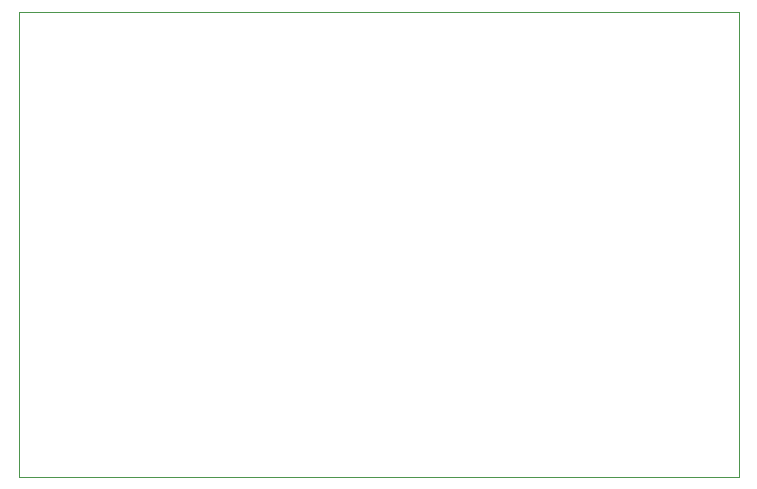
<source format=gbr>
%TF.GenerationSoftware,KiCad,Pcbnew,(7.0.0)*%
%TF.CreationDate,2023-03-31T02:03:59+02:00*%
%TF.ProjectId,HM-PlateauUtilisateur,484d2d50-6c61-4746-9561-755574696c69,rev?*%
%TF.SameCoordinates,Original*%
%TF.FileFunction,Profile,NP*%
%FSLAX46Y46*%
G04 Gerber Fmt 4.6, Leading zero omitted, Abs format (unit mm)*
G04 Created by KiCad (PCBNEW (7.0.0)) date 2023-03-31 02:03:59*
%MOMM*%
%LPD*%
G01*
G04 APERTURE LIST*
%TA.AperFunction,Profile*%
%ADD10C,0.100000*%
%TD*%
G04 APERTURE END LIST*
D10*
X114300000Y-60960000D02*
X175260000Y-60960000D01*
X175260000Y-60960000D02*
X175260000Y-100330000D01*
X175260000Y-100330000D02*
X114300000Y-100330000D01*
X114300000Y-100330000D02*
X114300000Y-60960000D01*
M02*

</source>
